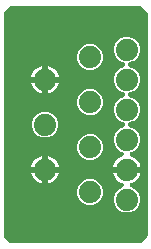
<source format=gbr>
G04 EAGLE Gerber RS-274X export*
G75*
%MOMM*%
%FSLAX34Y34*%
%LPD*%
%INBottom Copper*%
%IPPOS*%
%AMOC8*
5,1,8,0,0,1.08239X$1,22.5*%
G01*
%ADD10C,1.879600*%
%ADD11C,0.304800*%

G36*
X123189Y7623D02*
X123189Y7623D01*
X123215Y7621D01*
X123389Y7643D01*
X123563Y7661D01*
X123588Y7668D01*
X123615Y7672D01*
X123780Y7727D01*
X123948Y7779D01*
X123971Y7792D01*
X123996Y7800D01*
X124148Y7887D01*
X124302Y7971D01*
X124322Y7988D01*
X124345Y8001D01*
X124598Y8216D01*
X128944Y12562D01*
X128961Y12582D01*
X128982Y12600D01*
X129089Y12738D01*
X129199Y12873D01*
X129212Y12897D01*
X129228Y12918D01*
X129306Y13075D01*
X129388Y13229D01*
X129396Y13254D01*
X129408Y13278D01*
X129453Y13448D01*
X129503Y13615D01*
X129505Y13641D01*
X129512Y13667D01*
X129539Y13998D01*
X129539Y201902D01*
X129537Y201929D01*
X129539Y201955D01*
X129517Y202129D01*
X129499Y202303D01*
X129492Y202328D01*
X129488Y202355D01*
X129433Y202520D01*
X129381Y202688D01*
X129368Y202711D01*
X129360Y202736D01*
X129273Y202888D01*
X129189Y203042D01*
X129172Y203062D01*
X129159Y203085D01*
X128944Y203338D01*
X124598Y207684D01*
X124578Y207701D01*
X124560Y207722D01*
X124422Y207829D01*
X124287Y207939D01*
X124263Y207952D01*
X124242Y207968D01*
X124085Y208046D01*
X123931Y208128D01*
X123906Y208136D01*
X123882Y208148D01*
X123712Y208193D01*
X123545Y208243D01*
X123519Y208245D01*
X123493Y208252D01*
X123162Y208279D01*
X13998Y208279D01*
X13971Y208277D01*
X13945Y208279D01*
X13771Y208257D01*
X13597Y208239D01*
X13572Y208232D01*
X13545Y208228D01*
X13380Y208173D01*
X13212Y208121D01*
X13189Y208108D01*
X13164Y208100D01*
X13012Y208013D01*
X12858Y207929D01*
X12838Y207912D01*
X12815Y207899D01*
X12562Y207684D01*
X8216Y203338D01*
X8199Y203318D01*
X8178Y203300D01*
X8071Y203162D01*
X7961Y203027D01*
X7948Y203003D01*
X7932Y202982D01*
X7854Y202825D01*
X7772Y202671D01*
X7764Y202646D01*
X7752Y202622D01*
X7707Y202452D01*
X7657Y202285D01*
X7655Y202259D01*
X7648Y202233D01*
X7621Y201902D01*
X7621Y13998D01*
X7623Y13971D01*
X7621Y13945D01*
X7643Y13771D01*
X7661Y13597D01*
X7668Y13572D01*
X7672Y13545D01*
X7727Y13380D01*
X7779Y13212D01*
X7792Y13189D01*
X7800Y13164D01*
X7887Y13012D01*
X7971Y12858D01*
X7988Y12838D01*
X8001Y12815D01*
X8216Y12562D01*
X12562Y8216D01*
X12582Y8199D01*
X12600Y8178D01*
X12738Y8071D01*
X12873Y7961D01*
X12897Y7948D01*
X12918Y7932D01*
X13075Y7854D01*
X13229Y7772D01*
X13254Y7764D01*
X13278Y7752D01*
X13448Y7707D01*
X13615Y7657D01*
X13641Y7655D01*
X13667Y7648D01*
X13998Y7621D01*
X123162Y7621D01*
X123189Y7623D01*
G37*
%LPC*%
G36*
X111618Y72356D02*
X111618Y72356D01*
X111600Y72358D01*
X111583Y72362D01*
X111252Y72389D01*
X100075Y72389D01*
X100115Y72646D01*
X100696Y74433D01*
X101549Y76107D01*
X102654Y77628D01*
X103982Y78956D01*
X105503Y80061D01*
X107177Y80914D01*
X107909Y81152D01*
X107991Y81188D01*
X108075Y81214D01*
X108174Y81268D01*
X108278Y81314D01*
X108351Y81365D01*
X108428Y81407D01*
X108515Y81480D01*
X108607Y81545D01*
X108669Y81609D01*
X108737Y81666D01*
X108807Y81755D01*
X108885Y81837D01*
X108932Y81912D01*
X108988Y81981D01*
X109039Y82082D01*
X109099Y82177D01*
X109131Y82260D01*
X109171Y82339D01*
X109202Y82448D01*
X109242Y82554D01*
X109257Y82642D01*
X109281Y82727D01*
X109290Y82839D01*
X109308Y82951D01*
X109305Y83040D01*
X109312Y83128D01*
X109299Y83240D01*
X109295Y83353D01*
X109274Y83440D01*
X109264Y83528D01*
X109228Y83635D01*
X109202Y83745D01*
X109165Y83826D01*
X109137Y83910D01*
X109081Y84008D01*
X109034Y84111D01*
X108982Y84183D01*
X108938Y84260D01*
X108863Y84345D01*
X108797Y84436D01*
X108732Y84496D01*
X108673Y84563D01*
X108584Y84632D01*
X108500Y84709D01*
X108424Y84755D01*
X108354Y84809D01*
X108228Y84873D01*
X108156Y84917D01*
X108113Y84933D01*
X108059Y84960D01*
X105573Y85990D01*
X102500Y89063D01*
X100837Y93077D01*
X100837Y97423D01*
X102500Y101437D01*
X105573Y104510D01*
X109347Y106073D01*
X109355Y106078D01*
X109364Y106080D01*
X109533Y106173D01*
X109702Y106264D01*
X109709Y106269D01*
X109717Y106274D01*
X109865Y106398D01*
X110013Y106520D01*
X110018Y106527D01*
X110025Y106533D01*
X110145Y106684D01*
X110266Y106833D01*
X110271Y106840D01*
X110276Y106848D01*
X110363Y107018D01*
X110453Y107189D01*
X110456Y107198D01*
X110460Y107206D01*
X110512Y107388D01*
X110567Y107576D01*
X110567Y107585D01*
X110570Y107593D01*
X110585Y107784D01*
X110601Y107977D01*
X110600Y107986D01*
X110601Y107994D01*
X110578Y108185D01*
X110556Y108377D01*
X110553Y108385D01*
X110552Y108394D01*
X110492Y108575D01*
X110433Y108760D01*
X110428Y108768D01*
X110426Y108776D01*
X110331Y108942D01*
X110236Y109112D01*
X110231Y109118D01*
X110226Y109126D01*
X110099Y109272D01*
X109975Y109417D01*
X109968Y109423D01*
X109962Y109430D01*
X109809Y109547D01*
X109658Y109666D01*
X109650Y109670D01*
X109643Y109675D01*
X109347Y109827D01*
X105573Y111390D01*
X102500Y114463D01*
X100837Y118477D01*
X100837Y122823D01*
X102500Y126837D01*
X105573Y129910D01*
X109347Y131473D01*
X109355Y131478D01*
X109364Y131480D01*
X109533Y131573D01*
X109702Y131664D01*
X109709Y131669D01*
X109717Y131674D01*
X109864Y131797D01*
X110013Y131920D01*
X110018Y131927D01*
X110025Y131933D01*
X110145Y132083D01*
X110266Y132233D01*
X110271Y132241D01*
X110276Y132248D01*
X110363Y132417D01*
X110454Y132589D01*
X110456Y132598D01*
X110460Y132606D01*
X110512Y132788D01*
X110567Y132976D01*
X110567Y132985D01*
X110570Y132993D01*
X110585Y133184D01*
X110601Y133377D01*
X110600Y133386D01*
X110601Y133394D01*
X110578Y133585D01*
X110556Y133777D01*
X110553Y133785D01*
X110552Y133794D01*
X110492Y133976D01*
X110433Y134160D01*
X110428Y134168D01*
X110426Y134176D01*
X110330Y134344D01*
X110237Y134512D01*
X110231Y134518D01*
X110226Y134526D01*
X110099Y134672D01*
X109975Y134817D01*
X109968Y134823D01*
X109962Y134830D01*
X109810Y134947D01*
X109658Y135066D01*
X109650Y135070D01*
X109643Y135075D01*
X109347Y135227D01*
X105573Y136790D01*
X102500Y139863D01*
X100837Y143877D01*
X100837Y148223D01*
X102500Y152237D01*
X105573Y155310D01*
X107384Y156060D01*
X109347Y156873D01*
X109355Y156878D01*
X109364Y156880D01*
X109533Y156973D01*
X109702Y157064D01*
X109709Y157069D01*
X109717Y157074D01*
X109865Y157198D01*
X110013Y157320D01*
X110018Y157327D01*
X110025Y157333D01*
X110145Y157483D01*
X110266Y157633D01*
X110271Y157641D01*
X110276Y157648D01*
X110363Y157817D01*
X110454Y157989D01*
X110456Y157998D01*
X110460Y158006D01*
X110512Y158188D01*
X110567Y158376D01*
X110567Y158385D01*
X110570Y158393D01*
X110585Y158584D01*
X110601Y158777D01*
X110600Y158786D01*
X110601Y158794D01*
X110578Y158985D01*
X110556Y159177D01*
X110553Y159185D01*
X110552Y159194D01*
X110492Y159376D01*
X110433Y159560D01*
X110428Y159568D01*
X110426Y159576D01*
X110331Y159742D01*
X110237Y159912D01*
X110231Y159918D01*
X110226Y159926D01*
X110099Y160072D01*
X109975Y160217D01*
X109968Y160223D01*
X109962Y160230D01*
X109810Y160347D01*
X109658Y160466D01*
X109650Y160470D01*
X109643Y160475D01*
X109347Y160627D01*
X105573Y162190D01*
X102500Y165263D01*
X100837Y169277D01*
X100837Y173623D01*
X102500Y177637D01*
X105573Y180710D01*
X109587Y182373D01*
X113933Y182373D01*
X117947Y180710D01*
X121020Y177637D01*
X122683Y173623D01*
X122683Y169277D01*
X121020Y165263D01*
X117947Y162190D01*
X117096Y161838D01*
X114173Y160627D01*
X114165Y160622D01*
X114156Y160620D01*
X113988Y160528D01*
X113818Y160436D01*
X113811Y160431D01*
X113803Y160426D01*
X113656Y160303D01*
X113507Y160180D01*
X113502Y160173D01*
X113495Y160167D01*
X113375Y160017D01*
X113254Y159867D01*
X113249Y159859D01*
X113244Y159853D01*
X113156Y159681D01*
X113067Y159511D01*
X113064Y159502D01*
X113060Y159494D01*
X113008Y159310D01*
X112953Y159124D01*
X112953Y159116D01*
X112950Y159107D01*
X112935Y158916D01*
X112919Y158723D01*
X112920Y158714D01*
X112919Y158706D01*
X112942Y158515D01*
X112964Y158323D01*
X112967Y158315D01*
X112968Y158306D01*
X113028Y158123D01*
X113087Y157940D01*
X113091Y157932D01*
X113094Y157924D01*
X113190Y157756D01*
X113283Y157588D01*
X113289Y157582D01*
X113294Y157574D01*
X113420Y157429D01*
X113545Y157283D01*
X113552Y157277D01*
X113558Y157270D01*
X113710Y157153D01*
X113862Y157034D01*
X113870Y157030D01*
X113877Y157025D01*
X114173Y156873D01*
X117947Y155310D01*
X121020Y152237D01*
X122683Y148223D01*
X122683Y143877D01*
X121020Y139863D01*
X117947Y136790D01*
X114667Y135431D01*
X114173Y135227D01*
X114165Y135222D01*
X114156Y135220D01*
X113988Y135128D01*
X113818Y135036D01*
X113811Y135031D01*
X113803Y135026D01*
X113657Y134903D01*
X113507Y134780D01*
X113502Y134773D01*
X113495Y134767D01*
X113375Y134617D01*
X113254Y134467D01*
X113249Y134459D01*
X113244Y134453D01*
X113155Y134280D01*
X113067Y134111D01*
X113064Y134102D01*
X113060Y134094D01*
X113007Y133908D01*
X112953Y133724D01*
X112953Y133716D01*
X112950Y133707D01*
X112935Y133516D01*
X112919Y133323D01*
X112920Y133314D01*
X112919Y133306D01*
X112942Y133115D01*
X112964Y132923D01*
X112967Y132915D01*
X112968Y132906D01*
X113028Y132723D01*
X113087Y132540D01*
X113091Y132532D01*
X113094Y132524D01*
X113190Y132356D01*
X113283Y132188D01*
X113289Y132182D01*
X113294Y132174D01*
X113420Y132029D01*
X113545Y131883D01*
X113552Y131877D01*
X113558Y131870D01*
X113710Y131753D01*
X113862Y131634D01*
X113870Y131630D01*
X113877Y131625D01*
X114173Y131473D01*
X117947Y129910D01*
X121020Y126837D01*
X122683Y122823D01*
X122683Y118477D01*
X121020Y114463D01*
X117947Y111390D01*
X117142Y111056D01*
X117141Y111056D01*
X114173Y109827D01*
X114165Y109822D01*
X114156Y109820D01*
X113988Y109728D01*
X113818Y109636D01*
X113811Y109631D01*
X113803Y109626D01*
X113657Y109503D01*
X113507Y109380D01*
X113502Y109373D01*
X113495Y109367D01*
X113375Y109217D01*
X113254Y109067D01*
X113249Y109059D01*
X113244Y109053D01*
X113156Y108881D01*
X113067Y108711D01*
X113064Y108702D01*
X113060Y108694D01*
X113007Y108509D01*
X112953Y108324D01*
X112953Y108316D01*
X112950Y108307D01*
X112935Y108116D01*
X112919Y107923D01*
X112920Y107914D01*
X112919Y107906D01*
X112943Y107713D01*
X112964Y107523D01*
X112967Y107515D01*
X112968Y107506D01*
X113029Y107321D01*
X113087Y107140D01*
X113091Y107132D01*
X113094Y107124D01*
X113190Y106956D01*
X113284Y106788D01*
X113289Y106782D01*
X113294Y106774D01*
X113420Y106629D01*
X113545Y106483D01*
X113552Y106477D01*
X113558Y106470D01*
X113711Y106353D01*
X113862Y106234D01*
X113870Y106230D01*
X113877Y106225D01*
X114173Y106073D01*
X117947Y104510D01*
X121020Y101437D01*
X122683Y97423D01*
X122683Y93077D01*
X121020Y89063D01*
X117947Y85990D01*
X115461Y84960D01*
X115383Y84918D01*
X115300Y84885D01*
X115206Y84824D01*
X115106Y84770D01*
X115038Y84714D01*
X114964Y84665D01*
X114883Y84586D01*
X114796Y84514D01*
X114740Y84445D01*
X114677Y84383D01*
X114613Y84289D01*
X114542Y84201D01*
X114501Y84123D01*
X114451Y84049D01*
X114408Y83945D01*
X114355Y83845D01*
X114330Y83760D01*
X114296Y83678D01*
X114274Y83567D01*
X114242Y83458D01*
X114234Y83370D01*
X114217Y83283D01*
X114217Y83170D01*
X114207Y83057D01*
X114217Y82969D01*
X114217Y82880D01*
X114240Y82769D01*
X114253Y82657D01*
X114280Y82572D01*
X114297Y82486D01*
X114341Y82381D01*
X114376Y82274D01*
X114419Y82196D01*
X114453Y82114D01*
X114517Y82021D01*
X114572Y81922D01*
X114630Y81855D01*
X114680Y81781D01*
X114760Y81702D01*
X114834Y81616D01*
X114904Y81562D01*
X114967Y81500D01*
X115062Y81438D01*
X115151Y81368D01*
X115230Y81328D01*
X115305Y81280D01*
X115435Y81225D01*
X115511Y81187D01*
X115555Y81175D01*
X115611Y81152D01*
X116343Y80914D01*
X118017Y80061D01*
X119538Y78956D01*
X120866Y77628D01*
X121971Y76107D01*
X122824Y74433D01*
X123405Y72646D01*
X123445Y72389D01*
X112268Y72389D01*
X112250Y72387D01*
X112233Y72389D01*
X112050Y72368D01*
X111868Y72349D01*
X111851Y72344D01*
X111833Y72342D01*
X111755Y72317D01*
X111618Y72356D01*
G37*
%LPD*%
%LPC*%
G36*
X109587Y33527D02*
X109587Y33527D01*
X105573Y35190D01*
X102500Y38263D01*
X100837Y42277D01*
X100837Y46623D01*
X102500Y50637D01*
X105573Y53710D01*
X107474Y54497D01*
X107474Y54498D01*
X108059Y54740D01*
X108137Y54782D01*
X108220Y54815D01*
X108314Y54877D01*
X108414Y54930D01*
X108482Y54986D01*
X108557Y55035D01*
X108637Y55114D01*
X108724Y55186D01*
X108780Y55255D01*
X108843Y55318D01*
X108907Y55411D01*
X108978Y55499D01*
X109019Y55577D01*
X109069Y55651D01*
X109112Y55755D01*
X109165Y55855D01*
X109190Y55941D01*
X109224Y56023D01*
X109246Y56133D01*
X109278Y56242D01*
X109286Y56330D01*
X109303Y56417D01*
X109303Y56531D01*
X109313Y56643D01*
X109303Y56731D01*
X109303Y56820D01*
X109280Y56931D01*
X109267Y57043D01*
X109240Y57128D01*
X109223Y57215D01*
X109179Y57319D01*
X109144Y57426D01*
X109101Y57504D01*
X109067Y57586D01*
X109003Y57679D01*
X108948Y57778D01*
X108890Y57845D01*
X108840Y57919D01*
X108760Y57998D01*
X108686Y58084D01*
X108616Y58138D01*
X108553Y58201D01*
X108458Y58262D01*
X108369Y58332D01*
X108290Y58372D01*
X108215Y58420D01*
X108085Y58475D01*
X108009Y58513D01*
X107965Y58525D01*
X107909Y58548D01*
X107177Y58786D01*
X105503Y59639D01*
X103982Y60744D01*
X102654Y62072D01*
X101549Y63593D01*
X100696Y65267D01*
X100115Y67054D01*
X100075Y67311D01*
X111252Y67311D01*
X111270Y67312D01*
X111287Y67311D01*
X111470Y67332D01*
X111652Y67351D01*
X111669Y67356D01*
X111687Y67358D01*
X111765Y67383D01*
X111902Y67344D01*
X111920Y67342D01*
X111937Y67338D01*
X112268Y67311D01*
X123445Y67311D01*
X123405Y67054D01*
X122824Y65267D01*
X121971Y63593D01*
X120866Y62072D01*
X119538Y60744D01*
X118017Y59639D01*
X116343Y58786D01*
X115611Y58548D01*
X115529Y58512D01*
X115445Y58486D01*
X115346Y58432D01*
X115242Y58386D01*
X115169Y58335D01*
X115092Y58293D01*
X115005Y58220D01*
X114913Y58155D01*
X114851Y58091D01*
X114783Y58034D01*
X114713Y57945D01*
X114635Y57863D01*
X114588Y57788D01*
X114532Y57719D01*
X114481Y57618D01*
X114421Y57523D01*
X114389Y57440D01*
X114349Y57361D01*
X114318Y57252D01*
X114278Y57146D01*
X114263Y57058D01*
X114239Y56973D01*
X114230Y56861D01*
X114212Y56749D01*
X114215Y56660D01*
X114208Y56572D01*
X114221Y56460D01*
X114225Y56347D01*
X114246Y56260D01*
X114256Y56172D01*
X114292Y56065D01*
X114318Y55955D01*
X114355Y55874D01*
X114383Y55790D01*
X114439Y55692D01*
X114486Y55589D01*
X114538Y55517D01*
X114582Y55440D01*
X114657Y55355D01*
X114723Y55264D01*
X114788Y55204D01*
X114847Y55137D01*
X114936Y55068D01*
X115020Y54991D01*
X115096Y54945D01*
X115166Y54891D01*
X115292Y54827D01*
X115364Y54783D01*
X115407Y54767D01*
X115461Y54740D01*
X117947Y53710D01*
X121020Y50637D01*
X122683Y46623D01*
X122683Y42277D01*
X121020Y38263D01*
X117947Y35190D01*
X113933Y33527D01*
X109587Y33527D01*
G37*
%LPD*%
%LPC*%
G36*
X40499Y97027D02*
X40499Y97027D01*
X36485Y98690D01*
X33412Y101763D01*
X31749Y105777D01*
X31749Y110123D01*
X33412Y114137D01*
X36485Y117210D01*
X40499Y118873D01*
X44845Y118873D01*
X48859Y117210D01*
X51932Y114137D01*
X53595Y110123D01*
X53595Y105777D01*
X51932Y101763D01*
X48859Y98690D01*
X44845Y97027D01*
X40499Y97027D01*
G37*
%LPD*%
%LPC*%
G36*
X78599Y154177D02*
X78599Y154177D01*
X74585Y155840D01*
X71512Y158913D01*
X69849Y162927D01*
X69849Y167273D01*
X71512Y171287D01*
X74585Y174360D01*
X78599Y176023D01*
X82945Y176023D01*
X86959Y174360D01*
X90032Y171287D01*
X91695Y167273D01*
X91695Y162927D01*
X90032Y158913D01*
X86959Y155840D01*
X82945Y154177D01*
X78599Y154177D01*
G37*
%LPD*%
%LPC*%
G36*
X78599Y77977D02*
X78599Y77977D01*
X74585Y79640D01*
X71512Y82713D01*
X69849Y86727D01*
X69849Y91073D01*
X71512Y95087D01*
X74585Y98160D01*
X77060Y99185D01*
X78599Y99823D01*
X82945Y99823D01*
X86959Y98160D01*
X90032Y95087D01*
X91695Y91073D01*
X91695Y86727D01*
X90032Y82713D01*
X86959Y79640D01*
X82945Y77977D01*
X78599Y77977D01*
G37*
%LPD*%
%LPC*%
G36*
X78599Y116077D02*
X78599Y116077D01*
X74585Y117740D01*
X71512Y120813D01*
X69849Y124827D01*
X69849Y129173D01*
X71512Y133187D01*
X74585Y136260D01*
X78599Y137923D01*
X82945Y137923D01*
X86959Y136260D01*
X90032Y133187D01*
X91695Y129173D01*
X91695Y124827D01*
X90032Y120813D01*
X86959Y117740D01*
X85535Y117150D01*
X82945Y116077D01*
X78599Y116077D01*
G37*
%LPD*%
%LPC*%
G36*
X78599Y39877D02*
X78599Y39877D01*
X74585Y41540D01*
X71512Y44613D01*
X69849Y48627D01*
X69849Y52973D01*
X71512Y56987D01*
X74585Y60060D01*
X78599Y61723D01*
X82945Y61723D01*
X86959Y60060D01*
X90032Y56987D01*
X91695Y52973D01*
X91695Y48627D01*
X90032Y44613D01*
X86959Y41540D01*
X83151Y39963D01*
X82945Y39877D01*
X78599Y39877D01*
G37*
%LPD*%
%LPC*%
G36*
X45211Y72389D02*
X45211Y72389D01*
X45211Y81535D01*
X45468Y81495D01*
X47255Y80914D01*
X48929Y80061D01*
X50450Y78956D01*
X51778Y77628D01*
X52883Y76107D01*
X53736Y74433D01*
X54317Y72646D01*
X54357Y72389D01*
X45211Y72389D01*
G37*
%LPD*%
%LPC*%
G36*
X45211Y148589D02*
X45211Y148589D01*
X45211Y157735D01*
X45468Y157695D01*
X47255Y157114D01*
X48929Y156261D01*
X50450Y155156D01*
X51778Y153828D01*
X52883Y152307D01*
X53736Y150633D01*
X54317Y148846D01*
X54357Y148589D01*
X45211Y148589D01*
G37*
%LPD*%
%LPC*%
G36*
X30987Y148589D02*
X30987Y148589D01*
X31027Y148846D01*
X31608Y150633D01*
X32461Y152307D01*
X33566Y153828D01*
X34894Y155156D01*
X36415Y156261D01*
X38089Y157114D01*
X39876Y157695D01*
X40133Y157735D01*
X40133Y148589D01*
X30987Y148589D01*
G37*
%LPD*%
%LPC*%
G36*
X45211Y143511D02*
X45211Y143511D01*
X54357Y143511D01*
X54317Y143254D01*
X53736Y141467D01*
X52883Y139793D01*
X51778Y138272D01*
X50450Y136944D01*
X48929Y135839D01*
X47255Y134986D01*
X45468Y134405D01*
X45211Y134365D01*
X45211Y143511D01*
G37*
%LPD*%
%LPC*%
G36*
X45211Y67311D02*
X45211Y67311D01*
X54357Y67311D01*
X54317Y67054D01*
X53736Y65267D01*
X52883Y63593D01*
X51778Y62072D01*
X50450Y60744D01*
X48929Y59639D01*
X47255Y58786D01*
X45468Y58205D01*
X45211Y58165D01*
X45211Y67311D01*
G37*
%LPD*%
%LPC*%
G36*
X30987Y72389D02*
X30987Y72389D01*
X31027Y72646D01*
X31608Y74433D01*
X32461Y76107D01*
X33566Y77628D01*
X34894Y78956D01*
X36415Y80061D01*
X38089Y80914D01*
X39876Y81495D01*
X40133Y81535D01*
X40133Y72389D01*
X30987Y72389D01*
G37*
%LPD*%
%LPC*%
G36*
X39876Y134405D02*
X39876Y134405D01*
X38089Y134986D01*
X36415Y135839D01*
X34894Y136944D01*
X33566Y138272D01*
X32461Y139793D01*
X31608Y141467D01*
X31027Y143254D01*
X30987Y143511D01*
X40133Y143511D01*
X40133Y134365D01*
X39876Y134405D01*
G37*
%LPD*%
%LPC*%
G36*
X39876Y58205D02*
X39876Y58205D01*
X38089Y58786D01*
X36415Y59639D01*
X34894Y60744D01*
X33566Y62072D01*
X32461Y63593D01*
X31608Y65267D01*
X31027Y67054D01*
X30987Y67311D01*
X40133Y67311D01*
X40133Y58165D01*
X39876Y58205D01*
G37*
%LPD*%
D10*
X80772Y50800D03*
X80772Y88900D03*
X80772Y127000D03*
X80772Y165100D03*
X42672Y69850D03*
X42672Y107950D03*
X42672Y146050D03*
X111760Y171450D03*
X111760Y146050D03*
X111760Y120650D03*
X111760Y95250D03*
X111760Y69850D03*
X111760Y44450D03*
D11*
X55372Y146050D02*
X42672Y146050D01*
X55372Y146050D02*
X60960Y140462D01*
X60960Y75438D02*
X55372Y69850D01*
X42672Y69850D01*
X60960Y75438D02*
X60960Y140462D01*
X42672Y69850D02*
X111760Y69850D01*
M02*

</source>
